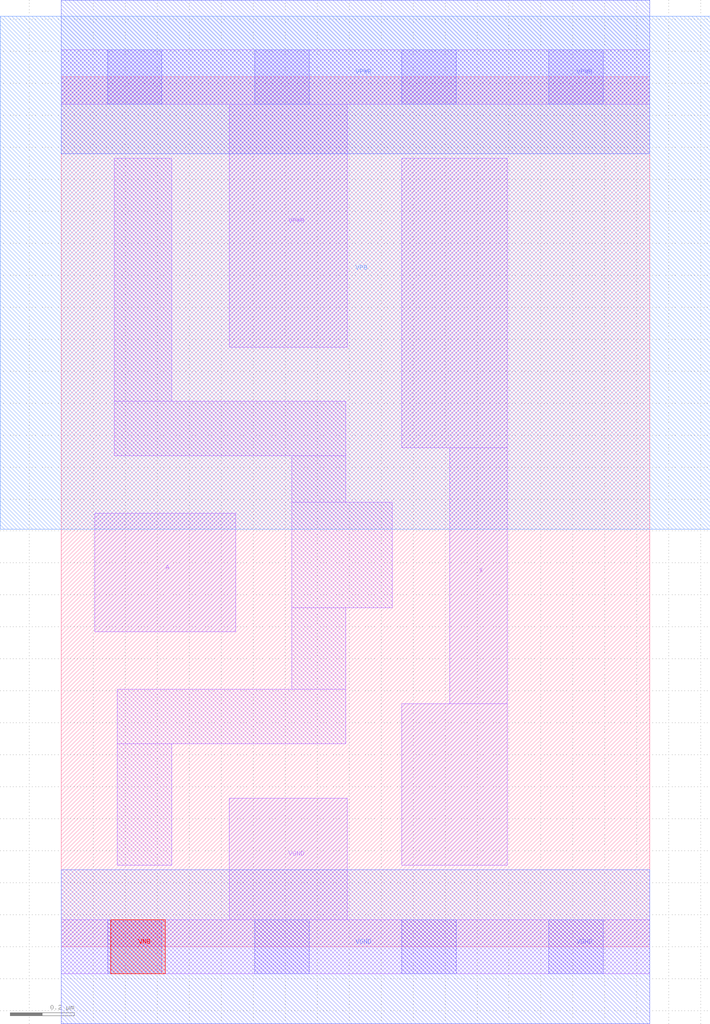
<source format=lef>
# Copyright 2020 The SkyWater PDK Authors
#
# Licensed under the Apache License, Version 2.0 (the "License");
# you may not use this file except in compliance with the License.
# You may obtain a copy of the License at
#
#     https://www.apache.org/licenses/LICENSE-2.0
#
# Unless required by applicable law or agreed to in writing, software
# distributed under the License is distributed on an "AS IS" BASIS,
# WITHOUT WARRANTIES OR CONDITIONS OF ANY KIND, either express or implied.
# See the License for the specific language governing permissions and
# limitations under the License.
#
# SPDX-License-Identifier: Apache-2.0

VERSION 5.7 ;
  NOWIREEXTENSIONATPIN ON ;
  DIVIDERCHAR "/" ;
  BUSBITCHARS "[]" ;
PROPERTYDEFINITIONS
  MACRO maskLayoutSubType STRING ;
  MACRO prCellType STRING ;
  MACRO originalViewName STRING ;
END PROPERTYDEFINITIONS
MACRO sky130_fd_sc_hdll__buf_1
  CLASS CORE ;
  FOREIGN sky130_fd_sc_hdll__buf_1 ;
  ORIGIN  0.000000  0.000000 ;
  SIZE  1.840000 BY  2.720000 ;
  SYMMETRY X Y R90 ;
  SITE unithd ;
  PIN A
    ANTENNAGATEAREA  0.220200 ;
    DIRECTION INPUT ;
    USE SIGNAL ;
    PORT
      LAYER li1 ;
        RECT 0.105000 0.985000 0.545000 1.355000 ;
    END
  END A
  PIN VNB
    PORT
      LAYER pwell ;
        RECT 0.155000 -0.085000 0.325000 0.085000 ;
    END
  END VNB
  PIN VPB
    PORT
      LAYER nwell ;
        RECT -0.190000 1.305000 2.030000 2.910000 ;
    END
  END VPB
  PIN X
    ANTENNADIFFAREA  0.348500 ;
    DIRECTION OUTPUT ;
    USE SIGNAL ;
    PORT
      LAYER li1 ;
        RECT 1.065000 0.255000 1.395000 0.760000 ;
        RECT 1.065000 1.560000 1.395000 2.465000 ;
        RECT 1.215000 0.760000 1.395000 1.560000 ;
    END
  END X
  PIN VGND
    DIRECTION INOUT ;
    USE GROUND ;
    PORT
      LAYER li1 ;
        RECT 0.000000 -0.085000 1.840000 0.085000 ;
        RECT 0.525000  0.085000 0.895000 0.465000 ;
      LAYER mcon ;
        RECT 0.145000 -0.085000 0.315000 0.085000 ;
        RECT 0.605000 -0.085000 0.775000 0.085000 ;
        RECT 1.065000 -0.085000 1.235000 0.085000 ;
        RECT 1.525000 -0.085000 1.695000 0.085000 ;
    END
    PORT
      LAYER met1 ;
        RECT 0.000000 -0.240000 1.840000 0.240000 ;
    END
  END VGND
  PIN VPWR
    DIRECTION INOUT ;
    USE POWER ;
    PORT
      LAYER li1 ;
        RECT 0.000000 2.635000 1.840000 2.805000 ;
        RECT 0.525000 1.875000 0.895000 2.635000 ;
      LAYER mcon ;
        RECT 0.145000 2.635000 0.315000 2.805000 ;
        RECT 0.605000 2.635000 0.775000 2.805000 ;
        RECT 1.065000 2.635000 1.235000 2.805000 ;
        RECT 1.525000 2.635000 1.695000 2.805000 ;
    END
    PORT
      LAYER met1 ;
        RECT 0.000000 2.480000 1.840000 2.960000 ;
    END
  END VPWR
  OBS
    LAYER li1 ;
      RECT 0.165000 1.535000 0.890000 1.705000 ;
      RECT 0.165000 1.705000 0.345000 2.465000 ;
      RECT 0.175000 0.255000 0.345000 0.635000 ;
      RECT 0.175000 0.635000 0.890000 0.805000 ;
      RECT 0.720000 0.805000 0.890000 1.060000 ;
      RECT 0.720000 1.060000 1.035000 1.390000 ;
      RECT 0.720000 1.390000 0.890000 1.535000 ;
  END
  PROPERTY maskLayoutSubType "abstract" ;
  PROPERTY prCellType "standard" ;
  PROPERTY originalViewName "layout" ;
END sky130_fd_sc_hdll__buf_1
END LIBRARY

</source>
